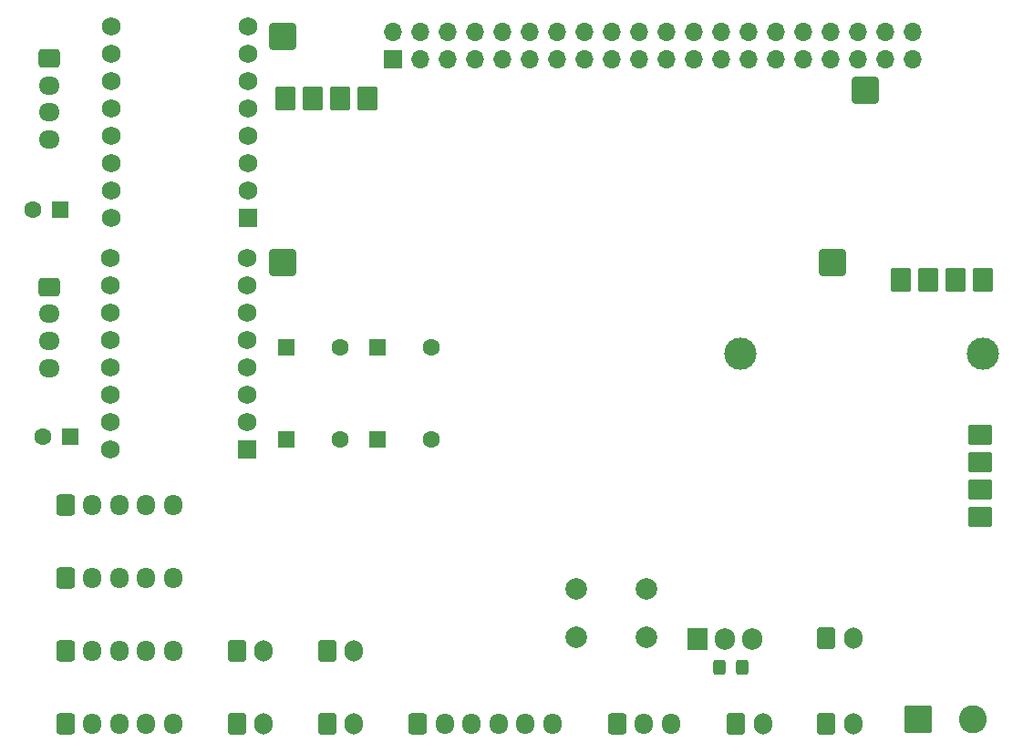
<source format=gbr>
%TF.GenerationSoftware,KiCad,Pcbnew,9.0.3*%
%TF.CreationDate,2025-07-12T01:01:34+02:00*%
%TF.ProjectId,FactoryInABoxHat,46616374-6f72-4794-996e-41426f784861,rev?*%
%TF.SameCoordinates,Original*%
%TF.FileFunction,Soldermask,Top*%
%TF.FilePolarity,Negative*%
%FSLAX46Y46*%
G04 Gerber Fmt 4.6, Leading zero omitted, Abs format (unit mm)*
G04 Created by KiCad (PCBNEW 9.0.3) date 2025-07-12 01:01:34*
%MOMM*%
%LPD*%
G01*
G04 APERTURE LIST*
G04 Aperture macros list*
%AMRoundRect*
0 Rectangle with rounded corners*
0 $1 Rounding radius*
0 $2 $3 $4 $5 $6 $7 $8 $9 X,Y pos of 4 corners*
0 Add a 4 corners polygon primitive as box body*
4,1,4,$2,$3,$4,$5,$6,$7,$8,$9,$2,$3,0*
0 Add four circle primitives for the rounded corners*
1,1,$1+$1,$2,$3*
1,1,$1+$1,$4,$5*
1,1,$1+$1,$6,$7*
1,1,$1+$1,$8,$9*
0 Add four rect primitives between the rounded corners*
20,1,$1+$1,$2,$3,$4,$5,0*
20,1,$1+$1,$4,$5,$6,$7,0*
20,1,$1+$1,$6,$7,$8,$9,0*
20,1,$1+$1,$8,$9,$2,$3,0*%
G04 Aperture macros list end*
%ADD10RoundRect,0.250000X-0.600000X-0.725000X0.600000X-0.725000X0.600000X0.725000X-0.600000X0.725000X0*%
%ADD11O,1.700000X1.950000*%
%ADD12RoundRect,0.102000X0.965200X0.800000X-0.965200X0.800000X-0.965200X-0.800000X0.965200X-0.800000X0*%
%ADD13RoundRect,0.250000X-0.600000X-0.750000X0.600000X-0.750000X0.600000X0.750000X-0.600000X0.750000X0*%
%ADD14O,1.700000X2.000000*%
%ADD15RoundRect,0.250000X0.550000X0.550000X-0.550000X0.550000X-0.550000X-0.550000X0.550000X-0.550000X0*%
%ADD16C,1.600000*%
%ADD17RoundRect,0.102000X0.765000X0.765000X-0.765000X0.765000X-0.765000X-0.765000X0.765000X-0.765000X0*%
%ADD18C,1.734000*%
%ADD19RoundRect,0.250000X-0.550000X-0.550000X0.550000X-0.550000X0.550000X0.550000X-0.550000X0.550000X0*%
%ADD20RoundRect,0.250000X-1.050000X-1.050000X1.050000X-1.050000X1.050000X1.050000X-1.050000X1.050000X0*%
%ADD21C,2.600000*%
%ADD22RoundRect,0.381000X0.889000X0.889000X-0.889000X0.889000X-0.889000X-0.889000X0.889000X-0.889000X0*%
%ADD23R,1.905000X2.000000*%
%ADD24O,1.905000X2.000000*%
%ADD25RoundRect,0.102000X0.800000X-0.965200X0.800000X0.965200X-0.800000X0.965200X-0.800000X-0.965200X0*%
%ADD26RoundRect,0.250000X-0.725000X0.600000X-0.725000X-0.600000X0.725000X-0.600000X0.725000X0.600000X0*%
%ADD27O,1.950000X1.700000*%
%ADD28RoundRect,0.102000X-0.800000X0.965200X-0.800000X-0.965200X0.800000X-0.965200X0.800000X0.965200X0*%
%ADD29RoundRect,0.250000X0.325000X0.450000X-0.325000X0.450000X-0.325000X-0.450000X0.325000X-0.450000X0*%
%ADD30C,2.000000*%
%ADD31C,3.000000*%
%ADD32R,1.700000X1.700000*%
%ADD33O,1.700000X1.700000*%
G04 APERTURE END LIST*
D10*
%TO.C,J9*%
X-22000000Y9900000D03*
D11*
X-19500000Y9900000D03*
X-17000000Y9900000D03*
X-14500000Y9900000D03*
X-12000000Y9900000D03*
%TD*%
D12*
%TO.C,U5*%
X62900000Y8790000D03*
X62900000Y13870000D03*
X62900000Y11330000D03*
X62900000Y16410000D03*
%TD*%
D10*
%TO.C,J3*%
X10700000Y-10500000D03*
D11*
X13200000Y-10500000D03*
X15700000Y-10500000D03*
X18200000Y-10500000D03*
X20700000Y-10500000D03*
X23200000Y-10500000D03*
%TD*%
D10*
%TO.C,J19*%
X-22000000Y-10500000D03*
D11*
X-19500000Y-10500000D03*
X-17000000Y-10500000D03*
X-14500000Y-10500000D03*
X-12000000Y-10500000D03*
%TD*%
D13*
%TO.C,J7*%
X40250000Y-10475000D03*
D14*
X42750000Y-10475000D03*
%TD*%
D13*
%TO.C,J11*%
X48650000Y-2475000D03*
D14*
X51150000Y-2475000D03*
%TD*%
D15*
%TO.C,C4*%
X-21600000Y16200000D03*
D16*
X-24100000Y16200000D03*
%TD*%
D17*
%TO.C,U2*%
X-5050000Y36510000D03*
D18*
X-5050000Y39050000D03*
X-5050000Y41590000D03*
X-5050000Y44130000D03*
X-5050000Y46670000D03*
X-5050000Y49210000D03*
X-5050000Y51750000D03*
X-5050000Y54290000D03*
X-17750000Y54290000D03*
X-17750000Y51750000D03*
X-17750000Y49210000D03*
X-17750000Y46670000D03*
X-17750000Y44130000D03*
X-17750000Y41590000D03*
X-17750000Y39050000D03*
X-17750000Y36510000D03*
%TD*%
D19*
%TO.C,C12*%
X-1500000Y16000000D03*
D16*
X3500000Y16000000D03*
%TD*%
D10*
%TO.C,J2*%
X29200000Y-10500000D03*
D11*
X31700000Y-10500000D03*
X34200000Y-10500000D03*
%TD*%
D15*
%TO.C,C5*%
X-22517620Y37300000D03*
D16*
X-25017620Y37300000D03*
%TD*%
D20*
%TO.C,J15*%
X57200000Y-10000000D03*
D21*
X62280000Y-10000000D03*
%TD*%
D22*
%TO.C,DC-DC_PI5*%
X49200000Y32400000D03*
X52275000Y48361000D03*
X-1800000Y53400000D03*
X-1800000Y32400000D03*
%TD*%
D13*
%TO.C,J20*%
X-6100000Y-3700000D03*
D14*
X-3600000Y-3700000D03*
%TD*%
D19*
%TO.C,C1*%
X6997349Y16000000D03*
D16*
X11997349Y16000000D03*
%TD*%
D23*
%TO.C,Q3*%
X36700000Y-2600000D03*
D24*
X39240000Y-2600000D03*
X41780000Y-2600000D03*
%TD*%
D25*
%TO.C,U6*%
X55590000Y30754500D03*
X60670000Y30754500D03*
X58130000Y30754500D03*
X63210000Y30754500D03*
%TD*%
D19*
%TO.C,C6*%
X6997349Y24550000D03*
D16*
X11997349Y24550000D03*
%TD*%
D13*
%TO.C,J10*%
X48650000Y-10475000D03*
D14*
X51150000Y-10475000D03*
%TD*%
D13*
%TO.C,J12*%
X2300000Y-3675000D03*
D14*
X4800000Y-3675000D03*
%TD*%
D26*
%TO.C,J8*%
X-23500000Y30100000D03*
D27*
X-23500000Y27600000D03*
X-23500000Y25100000D03*
X-23500000Y22600000D03*
%TD*%
D10*
%TO.C,J18*%
X-22000000Y-3700000D03*
D11*
X-19500000Y-3700000D03*
X-17000000Y-3700000D03*
X-14500000Y-3700000D03*
X-12000000Y-3700000D03*
%TD*%
D28*
%TO.C,U7*%
X6010000Y47645500D03*
X930000Y47645500D03*
X3470000Y47645500D03*
X-1610000Y47645500D03*
%TD*%
D13*
%TO.C,J22*%
X2300000Y-10500000D03*
D14*
X4800000Y-10500000D03*
%TD*%
D26*
%TO.C,J13*%
X-23475000Y51350000D03*
D27*
X-23475000Y48850000D03*
X-23475000Y46350000D03*
X-23475000Y43850000D03*
%TD*%
D29*
%TO.C,D1*%
X40800000Y-5200000D03*
X38750000Y-5200000D03*
%TD*%
D30*
%TO.C,SW1*%
X25450000Y2050000D03*
X31950000Y2050000D03*
X25450000Y-2450000D03*
X31950000Y-2450000D03*
%TD*%
D31*
%TO.C,F1*%
X63150000Y23900000D03*
X40650000Y23900000D03*
%TD*%
D10*
%TO.C,J17*%
X-22000000Y3100000D03*
D11*
X-19500000Y3100000D03*
X-17000000Y3100000D03*
X-14500000Y3100000D03*
X-12000000Y3100000D03*
%TD*%
D19*
%TO.C,C2*%
X-1500000Y24550000D03*
D16*
X3500000Y24550000D03*
%TD*%
D17*
%TO.C,U1*%
X-5150000Y15010000D03*
D18*
X-5150000Y17550000D03*
X-5150000Y20090000D03*
X-5150000Y22630000D03*
X-5150000Y25170000D03*
X-5150000Y27710000D03*
X-5150000Y30250000D03*
X-5150000Y32790000D03*
X-17850000Y32790000D03*
X-17850000Y30250000D03*
X-17850000Y27710000D03*
X-17850000Y25170000D03*
X-17850000Y22630000D03*
X-17850000Y20090000D03*
X-17850000Y17550000D03*
X-17850000Y15010000D03*
%TD*%
D13*
%TO.C,J21*%
X-6100000Y-10500000D03*
D14*
X-3600000Y-10500000D03*
%TD*%
D32*
%TO.C,J1*%
X8370000Y51230000D03*
D33*
X8370000Y53770000D03*
X10910000Y51230000D03*
X10910000Y53770000D03*
X13450000Y51230000D03*
X13450000Y53770000D03*
X15990000Y51230000D03*
X15990000Y53770000D03*
X18530000Y51230000D03*
X18530000Y53770000D03*
X21070000Y51230000D03*
X21070000Y53770000D03*
X23610000Y51230000D03*
X23610000Y53770000D03*
X26150000Y51230000D03*
X26150000Y53770000D03*
X28690000Y51230000D03*
X28690000Y53770000D03*
X31230000Y51230000D03*
X31230000Y53770000D03*
X33770000Y51230000D03*
X33770000Y53770000D03*
X36310000Y51230000D03*
X36310000Y53770000D03*
X38850000Y51230000D03*
X38850000Y53770000D03*
X41390000Y51230000D03*
X41390000Y53770000D03*
X43930000Y51230000D03*
X43930000Y53770000D03*
X46470000Y51230000D03*
X46470000Y53770000D03*
X49010000Y51230000D03*
X49010000Y53770000D03*
X51550000Y51230000D03*
X51550000Y53770000D03*
X54090000Y51230000D03*
X54090000Y53770000D03*
X56630000Y51230000D03*
X56630000Y53770000D03*
%TD*%
M02*

</source>
